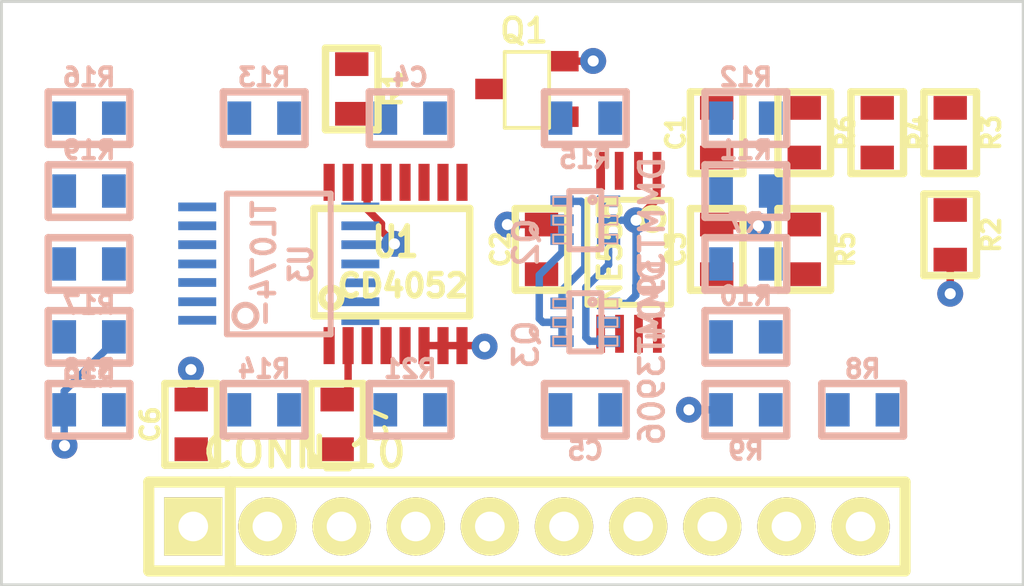
<source format=kicad_pcb>
(kicad_pcb (version 3) (host pcbnew "(2014-02-02 BZR 4653)-product")

  (general
    (links 89)
    (no_connects 81)
    (area 97.949999 73.94946 133.050001 95.60045)
    (thickness 1.6)
    (drawings 4)
    (tracks 74)
    (zones 0)
    (modules 35)
    (nets 30)
  )

  (page A3)
  (layers
    (15 F.Cu signal)
    (0 B.Cu signal)
    (16 B.Adhes user)
    (17 F.Adhes user)
    (18 B.Paste user)
    (19 F.Paste user)
    (20 B.SilkS user)
    (21 F.SilkS user)
    (22 B.Mask user)
    (23 F.Mask user)
    (24 Dwgs.User user)
    (25 Cmts.User user)
    (26 Eco1.User user)
    (27 Eco2.User user)
    (28 Edge.Cuts user)
  )

  (setup
    (last_trace_width 0.254)
    (trace_clearance 0.254)
    (zone_clearance 0.254)
    (zone_45_only no)
    (trace_min 0.254)
    (segment_width 0.2)
    (edge_width 0.1)
    (via_size 0.889)
    (via_drill 0.381)
    (via_min_size 0.889)
    (via_min_drill 0.381)
    (uvia_size 0.508)
    (uvia_drill 0.127)
    (uvias_allowed no)
    (uvia_min_size 0.508)
    (uvia_min_drill 0.127)
    (pcb_text_width 0.3)
    (pcb_text_size 1.5 1.5)
    (mod_edge_width 0.15)
    (mod_text_size 1 1)
    (mod_text_width 0.15)
    (pad_size 1.5 1.5)
    (pad_drill 0.6)
    (pad_to_mask_clearance 0)
    (aux_axis_origin 0 0)
    (visible_elements 7FFEFFFF)
    (pcbplotparams
      (layerselection 3178497)
      (usegerberextensions true)
      (excludeedgelayer true)
      (linewidth 0.150000)
      (plotframeref false)
      (viasonmask false)
      (mode 1)
      (useauxorigin false)
      (hpglpennumber 1)
      (hpglpenspeed 20)
      (hpglpendiameter 15)
      (hpglpenoverlay 2)
      (psnegative false)
      (psa4output false)
      (plotreference true)
      (plotvalue true)
      (plotothertext true)
      (plotinvisibletext false)
      (padsonsilk false)
      (subtractmaskfromsilk false)
      (outputformat 1)
      (mirror false)
      (drillshape 1)
      (scaleselection 1)
      (outputdirectory ""))
  )

  (net 0 "")
  (net 1 +12V)
  (net 2 -12V)
  (net 3 ATTACK)
  (net 4 DECAY)
  (net 5 "ENV OUT")
  (net 6 GATE)
  (net 7 GND)
  (net 8 N-0000010)
  (net 9 N-0000011)
  (net 10 N-0000012)
  (net 11 N-0000015)
  (net 12 N-0000016)
  (net 13 N-000002)
  (net 14 N-0000021)
  (net 15 N-0000022)
  (net 16 N-0000023)
  (net 17 N-0000024)
  (net 18 N-0000025)
  (net 19 N-0000027)
  (net 20 N-0000028)
  (net 21 N-0000029)
  (net 22 N-000003)
  (net 23 N-0000030)
  (net 24 N-000004)
  (net 25 N-000007)
  (net 26 N-000008)
  (net 27 N-000009)
  (net 28 RELEASE)
  (net 29 SUSTAIN)

  (net_class Default "This is the default net class."
    (clearance 0.254)
    (trace_width 0.254)
    (via_dia 0.889)
    (via_drill 0.381)
    (uvia_dia 0.508)
    (uvia_drill 0.127)
    (add_net "")
    (add_net GND)
    (add_net N-0000010)
    (add_net N-0000011)
    (add_net N-0000012)
    (add_net N-0000015)
    (add_net N-0000016)
    (add_net N-000002)
    (add_net N-0000021)
    (add_net N-0000022)
    (add_net N-0000023)
    (add_net N-0000024)
    (add_net N-0000025)
    (add_net N-0000027)
    (add_net N-0000028)
    (add_net N-0000029)
    (add_net N-000003)
    (add_net N-0000030)
    (add_net N-000004)
    (add_net N-000007)
    (add_net N-000008)
    (add_net N-000009)
  )

  (net_class POWER ""
    (clearance 0.254)
    (trace_width 0.3556)
    (via_dia 1.143)
    (via_drill 0.6096)
    (uvia_dia 0.508)
    (uvia_drill 0.127)
    (add_net +12V)
    (add_net -12V)
  )

  (net_class SIGNAL ""
    (clearance 0.254)
    (trace_width 0.254)
    (via_dia 0.889)
    (via_drill 0.381)
    (uvia_dia 0.508)
    (uvia_drill 0.127)
    (add_net ATTACK)
    (add_net DECAY)
    (add_net "ENV OUT")
    (add_net GATE)
    (add_net RELEASE)
    (add_net SUSTAIN)
  )

  (module TSSOP8-JRL (layer F.Cu) (tedit 52EC3DDF) (tstamp 52EC3E46)
    (at 119.5 82.5 180)
    (path /52EA6826)
    (attr smd)
    (fp_text reference U2 (at 0 -4.2 180) (layer F.SilkS) hide
      (effects (font (size 0.762 0.635) (thickness 0.15875)))
    )
    (fp_text value NE555 (at 0.65 -0.1 270) (layer F.SilkS)
      (effects (font (size 0.762 0.762) (thickness 0.16002)))
    )
    (fp_line (start -1.43 -1.9) (end 1.43 -1.9) (layer F.SilkS) (width 0.2))
    (fp_line (start 1.43 -1.9) (end 1.43 1.7) (layer F.SilkS) (width 0.2))
    (fp_line (start 1.43 1.7) (end -1.43 1.7) (layer F.SilkS) (width 0.2))
    (fp_line (start -1.438 1.678) (end -1.438 -1.878) (layer F.SilkS) (width 0.2))
    (fp_circle (center -0.803 1.043) (end -1.184 1.043) (layer F.SilkS) (width 0.2))
    (pad 1 smd rect (at -0.9554 2.694 180) (size 0.29972 1.30048) (layers F.Cu F.Paste F.Mask)
      (net 7 GND))
    (pad 2 smd rect (at -0.3204 2.694 180) (size 0.29972 1.30048) (layers F.Cu F.Paste F.Mask)
      (net 10 N-0000012))
    (pad 3 smd rect (at 0.34 2.694 180) (size 0.29972 1.30048) (layers F.Cu F.Paste F.Mask)
      (net 24 N-000004))
    (pad 4 smd rect (at 0.975 2.694 180) (size 0.29972 1.30048) (layers F.Cu F.Paste F.Mask)
      (net 1 +12V))
    (pad 5 smd rect (at 0.975 -2.894 180) (size 0.29972 1.30048) (layers F.Cu F.Paste F.Mask)
      (net 9 N-0000011))
    (pad 6 smd rect (at 0.3273 -2.894 180) (size 0.29972 1.30048) (layers F.Cu F.Paste F.Mask)
      (net 22 N-000003))
    (pad 7 smd rect (at -0.3204 -2.894 180) (size 0.29972 1.30048) (layers F.Cu F.Paste F.Mask))
    (pad 8 smd rect (at -0.9681 -2.894 180) (size 0.29972 1.30048) (layers F.Cu F.Paste F.Mask)
      (net 1 +12V))
    (model smd\smd_dil\tssop-14.wrl
      (at (xyz 0 0 0))
      (scale (xyz 1 1 1))
      (rotate (xyz 0 0 0))
    )
  )

  (module TSSOP16 (layer F.Cu) (tedit 4E43E09E) (tstamp 52EC3E5F)
    (at 111.5 83)
    (path /52E9DAA2)
    (attr smd)
    (fp_text reference U1 (at 0 -0.7493) (layer F.SilkS)
      (effects (font (size 1.016 0.762) (thickness 0.1905)))
    )
    (fp_text value CD4052 (at 0.24892 0.7493) (layer F.SilkS)
      (effects (font (size 0.762 0.762) (thickness 0.1905)))
    )
    (fp_line (start -2.794 -1.905) (end 2.54 -1.905) (layer F.SilkS) (width 0.254))
    (fp_line (start 2.54 -1.905) (end 2.54 1.778) (layer F.SilkS) (width 0.254))
    (fp_line (start 2.54 1.778) (end -2.794 1.778) (layer F.SilkS) (width 0.254))
    (fp_line (start -2.794 1.778) (end -2.794 -1.905) (layer F.SilkS) (width 0.254))
    (fp_circle (center -2.20218 1.15824) (end -2.40538 1.41224) (layer F.SilkS) (width 0.254))
    (pad 1 smd rect (at -2.27584 2.79908) (size 0.381 1.27) (layers F.Cu F.Paste F.Mask)
      (net 4 DECAY))
    (pad 2 smd rect (at -1.6256 2.79908) (size 0.381 1.27) (layers F.Cu F.Paste F.Mask)
      (net 7 GND))
    (pad 3 smd rect (at -0.97536 2.79908) (size 0.381 1.27) (layers F.Cu F.Paste F.Mask)
      (net 26 N-000008))
    (pad 4 smd rect (at -0.32512 2.79908) (size 0.381 1.27) (layers F.Cu F.Paste F.Mask)
      (net 28 RELEASE))
    (pad 5 smd rect (at 0.32512 2.79908) (size 0.381 1.27) (layers F.Cu F.Paste F.Mask)
      (net 28 RELEASE))
    (pad 6 smd rect (at 0.97536 2.79908) (size 0.381 1.27) (layers F.Cu F.Paste F.Mask)
      (net 7 GND))
    (pad 7 smd rect (at 1.6256 2.79908) (size 0.381 1.27) (layers F.Cu F.Paste F.Mask)
      (net 7 GND))
    (pad 8 smd rect (at 2.27584 2.79908) (size 0.381 1.27) (layers F.Cu F.Paste F.Mask)
      (net 7 GND))
    (pad 9 smd rect (at 2.27584 -2.79908) (size 0.381 1.27) (layers F.Cu F.Paste F.Mask)
      (net 24 N-000004))
    (pad 10 smd rect (at 1.6256 -2.79908) (size 0.381 1.27) (layers F.Cu F.Paste F.Mask)
      (net 8 N-0000010))
    (pad 11 smd rect (at 0.97536 -2.79908) (size 0.381 1.27) (layers F.Cu F.Paste F.Mask)
      (net 7 GND))
    (pad 12 smd rect (at 0.32512 -2.79908) (size 0.381 1.27) (layers F.Cu F.Paste F.Mask)
      (net 29 SUSTAIN))
    (pad 13 smd rect (at -0.32512 -2.79908) (size 0.381 1.27) (layers F.Cu F.Paste F.Mask)
      (net 17 N-0000024))
    (pad 14 smd rect (at -0.97536 -2.79908) (size 0.381 1.27) (layers F.Cu F.Paste F.Mask)
      (net 7 GND))
    (pad 15 smd rect (at -1.6256 -2.79908) (size 0.381 1.27) (layers F.Cu F.Paste F.Mask)
      (net 21 N-0000029))
    (pad 16 smd rect (at -2.27584 -2.79908) (size 0.381 1.27) (layers F.Cu F.Paste F.Mask)
      (net 1 +12V))
    (model smd\smd_dil\tssop-16.wrl
      (at (xyz 0 0 0))
      (scale (xyz 1 1 1))
      (rotate (xyz 0 0 0))
    )
  )

  (module TSSOP14 (layer B.Cu) (tedit 4E43F187) (tstamp 52EC3E76)
    (at 107.5 83 90)
    (path /52E9CC88)
    (attr smd)
    (fp_text reference U3 (at 0 0.762 90) (layer B.SilkS)
      (effects (font (size 0.762 0.635) (thickness 0.16002)) (justify mirror))
    )
    (fp_text value TL074- (at 0 -0.508 90) (layer B.SilkS)
      (effects (font (size 0.762 0.762) (thickness 0.16002)) (justify mirror))
    )
    (fp_line (start -2.413 1.778) (end 2.413 1.778) (layer B.SilkS) (width 0.2032))
    (fp_line (start 2.413 1.778) (end 2.413 -1.778) (layer B.SilkS) (width 0.2032))
    (fp_line (start 2.413 -1.778) (end -2.413 -1.778) (layer B.SilkS) (width 0.2032))
    (fp_line (start -2.413 -1.778) (end -2.413 1.778) (layer B.SilkS) (width 0.2032))
    (fp_circle (center -1.778 -1.143) (end -2.159 -1.143) (layer B.SilkS) (width 0.2032))
    (pad 1 smd rect (at -1.9304 -2.794 90) (size 0.29972 1.30048) (layers B.Cu B.Paste B.Mask)
      (net 22 N-000003))
    (pad 2 smd rect (at -1.2954 -2.794 90) (size 0.29972 1.30048) (layers B.Cu B.Paste B.Mask)
      (net 13 N-000002))
    (pad 3 smd rect (at -0.635 -2.794 90) (size 0.29972 1.30048) (layers B.Cu B.Paste B.Mask)
      (net 20 N-0000028))
    (pad 4 smd rect (at 0 -2.794 90) (size 0.29972 1.30048) (layers B.Cu B.Paste B.Mask)
      (net 1 +12V))
    (pad 5 smd rect (at 0.6604 -2.794 90) (size 0.29972 1.30048) (layers B.Cu B.Paste B.Mask)
      (net 23 N-0000030))
    (pad 6 smd rect (at 1.3081 -2.794 90) (size 0.29972 1.30048) (layers B.Cu B.Paste B.Mask)
      (net 16 N-0000023))
    (pad 7 smd rect (at 1.9558 -2.794 90) (size 0.29972 1.30048) (layers B.Cu B.Paste B.Mask)
      (net 18 N-0000025))
    (pad 8 smd rect (at 1.9558 2.794 90) (size 0.29972 1.30048) (layers B.Cu B.Paste B.Mask)
      (net 15 N-0000022))
    (pad 9 smd rect (at 1.3081 2.794 90) (size 0.29972 1.30048) (layers B.Cu B.Paste B.Mask)
      (net 14 N-0000021))
    (pad 10 smd rect (at 0.6604 2.794 90) (size 0.29972 1.30048) (layers B.Cu B.Paste B.Mask)
      (net 7 GND))
    (pad 11 smd rect (at 0 2.794 90) (size 0.29972 1.30048) (layers B.Cu B.Paste B.Mask)
      (net 2 -12V))
    (pad 12 smd rect (at -0.6477 2.794 90) (size 0.29972 1.30048) (layers B.Cu B.Paste B.Mask)
      (net 7 GND))
    (pad 13 smd rect (at -1.2954 2.794 90) (size 0.29972 1.30048) (layers B.Cu B.Paste B.Mask)
      (net 19 N-0000027))
    (pad 14 smd rect (at -1.9431 2.794 90) (size 0.29972 1.30048) (layers B.Cu B.Paste B.Mask)
      (net 20 N-0000028))
    (model smd\smd_dil\tssop-14.wrl
      (at (xyz 0 0 0))
      (scale (xyz 1 1 1))
      (rotate (xyz 0 0 0))
    )
  )

  (module SOT363-JRL (layer B.Cu) (tedit 512395CF) (tstamp 52EFBA56)
    (at 118 85 270)
    (descr "SMALL OUTLINE TRANSISTOR; 6 LEADS")
    (tags "SMALL OUTLINE TRANSISTOR; 6 LEADS")
    (path /52EA83F8)
    (attr smd)
    (fp_text reference Q3 (at 0.762 2.032 270) (layer B.SilkS)
      (effects (font (size 0.8128 0.8128) (thickness 0.1524)) (justify mirror))
    )
    (fp_text value DMMT3906 (at 1.016 -2.286 270) (layer B.SilkS)
      (effects (font (size 0.8128 0.8128) (thickness 0.1524)) (justify mirror))
    )
    (fp_line (start -0.79756 -1.09982) (end -0.49784 -1.09982) (layer B.SilkS) (width 0.06604))
    (fp_line (start -0.49784 -1.09982) (end -0.49784 -0.59944) (layer B.SilkS) (width 0.06604))
    (fp_line (start -0.79756 -0.59944) (end -0.49784 -0.59944) (layer B.SilkS) (width 0.06604))
    (fp_line (start -0.79756 -1.09982) (end -0.79756 -0.59944) (layer B.SilkS) (width 0.06604))
    (fp_line (start -0.14986 -1.09982) (end 0.14986 -1.09982) (layer B.SilkS) (width 0.06604))
    (fp_line (start 0.14986 -1.09982) (end 0.14986 -0.59944) (layer B.SilkS) (width 0.06604))
    (fp_line (start -0.14986 -0.59944) (end 0.14986 -0.59944) (layer B.SilkS) (width 0.06604))
    (fp_line (start -0.14986 -1.09982) (end -0.14986 -0.59944) (layer B.SilkS) (width 0.06604))
    (fp_line (start 0.49784 -1.09982) (end 0.79756 -1.09982) (layer B.SilkS) (width 0.06604))
    (fp_line (start 0.79756 -1.09982) (end 0.79756 -0.59944) (layer B.SilkS) (width 0.06604))
    (fp_line (start 0.49784 -0.59944) (end 0.79756 -0.59944) (layer B.SilkS) (width 0.06604))
    (fp_line (start 0.49784 -1.09982) (end 0.49784 -0.59944) (layer B.SilkS) (width 0.06604))
    (fp_line (start 0.49784 0.59944) (end 0.79756 0.59944) (layer B.SilkS) (width 0.06604))
    (fp_line (start 0.79756 0.59944) (end 0.79756 1.09982) (layer B.SilkS) (width 0.06604))
    (fp_line (start 0.49784 1.09982) (end 0.79756 1.09982) (layer B.SilkS) (width 0.06604))
    (fp_line (start 0.49784 0.59944) (end 0.49784 1.09982) (layer B.SilkS) (width 0.06604))
    (fp_line (start -0.14986 0.59944) (end 0.14986 0.59944) (layer B.SilkS) (width 0.06604))
    (fp_line (start 0.14986 0.59944) (end 0.14986 1.09982) (layer B.SilkS) (width 0.06604))
    (fp_line (start -0.14986 1.09982) (end 0.14986 1.09982) (layer B.SilkS) (width 0.06604))
    (fp_line (start -0.14986 0.59944) (end -0.14986 1.09982) (layer B.SilkS) (width 0.06604))
    (fp_line (start -0.79756 0.59944) (end -0.49784 0.59944) (layer B.SilkS) (width 0.06604))
    (fp_line (start -0.49784 0.59944) (end -0.49784 1.09982) (layer B.SilkS) (width 0.06604))
    (fp_line (start -0.79756 1.09982) (end -0.49784 1.09982) (layer B.SilkS) (width 0.06604))
    (fp_line (start -0.79756 0.59944) (end -0.79756 1.09982) (layer B.SilkS) (width 0.06604))
    (fp_line (start -0.99822 0.54864) (end 0.99822 0.54864) (layer B.SilkS) (width 0.2032))
    (fp_line (start 0.99822 0.54864) (end 0.99822 -0.54864) (layer B.SilkS) (width 0.2032))
    (fp_line (start 0.99822 -0.54864) (end -0.99822 -0.54864) (layer B.SilkS) (width 0.2032))
    (fp_line (start -0.99822 -0.54864) (end -0.99822 0.54864) (layer B.SilkS) (width 0.2032))
    (fp_circle (center -0.6985 -0.24892) (end -0.77216 -0.32258) (layer B.SilkS) (width 0.1524))
    (pad 1 smd rect (at -0.6477 -0.79756 270) (size 0.39878 0.79756) (layers B.Cu B.Paste B.Mask)
      (net 7 GND))
    (pad 2 smd rect (at 0 -0.79756 270) (size 0.39878 0.79756) (layers B.Cu B.Paste B.Mask)
      (net 25 N-000007))
    (pad 3 smd rect (at 0.6477 -0.79756 270) (size 0.39878 0.79756) (layers B.Cu B.Paste B.Mask)
      (net 19 N-0000027))
    (pad 4 smd rect (at 0.6477 0.79756 270) (size 0.39878 0.79756) (layers B.Cu B.Paste B.Mask)
      (net 11 N-0000015))
    (pad 5 smd rect (at 0 0.79756 270) (size 0.39878 0.79756) (layers B.Cu B.Paste B.Mask)
      (net 11 N-0000015))
    (pad 6 smd rect (at -0.6477 0.79756 270) (size 0.39878 0.79756) (layers B.Cu B.Paste B.Mask)
      (net 14 N-0000021))
  )

  (module SOT363-JRL (layer B.Cu) (tedit 512395CF) (tstamp 52EFBA7E)
    (at 118 81.5 270)
    (descr "SMALL OUTLINE TRANSISTOR; 6 LEADS")
    (tags "SMALL OUTLINE TRANSISTOR; 6 LEADS")
    (path /52EA83E9)
    (attr smd)
    (fp_text reference Q2 (at 0.762 2.032 270) (layer B.SilkS)
      (effects (font (size 0.8128 0.8128) (thickness 0.1524)) (justify mirror))
    )
    (fp_text value DMMT3904 (at 1.016 -2.286 270) (layer B.SilkS)
      (effects (font (size 0.8128 0.8128) (thickness 0.1524)) (justify mirror))
    )
    (fp_line (start -0.79756 -1.09982) (end -0.49784 -1.09982) (layer B.SilkS) (width 0.06604))
    (fp_line (start -0.49784 -1.09982) (end -0.49784 -0.59944) (layer B.SilkS) (width 0.06604))
    (fp_line (start -0.79756 -0.59944) (end -0.49784 -0.59944) (layer B.SilkS) (width 0.06604))
    (fp_line (start -0.79756 -1.09982) (end -0.79756 -0.59944) (layer B.SilkS) (width 0.06604))
    (fp_line (start -0.14986 -1.09982) (end 0.14986 -1.09982) (layer B.SilkS) (width 0.06604))
    (fp_line (start 0.14986 -1.09982) (end 0.14986 -0.59944) (layer B.SilkS) (width 0.06604))
    (fp_line (start -0.14986 -0.59944) (end 0.14986 -0.59944) (layer B.SilkS) (width 0.06604))
    (fp_line (start -0.14986 -1.09982) (end -0.14986 -0.59944) (layer B.SilkS) (width 0.06604))
    (fp_line (start 0.49784 -1.09982) (end 0.79756 -1.09982) (layer B.SilkS) (width 0.06604))
    (fp_line (start 0.79756 -1.09982) (end 0.79756 -0.59944) (layer B.SilkS) (width 0.06604))
    (fp_line (start 0.49784 -0.59944) (end 0.79756 -0.59944) (layer B.SilkS) (width 0.06604))
    (fp_line (start 0.49784 -1.09982) (end 0.49784 -0.59944) (layer B.SilkS) (width 0.06604))
    (fp_line (start 0.49784 0.59944) (end 0.79756 0.59944) (layer B.SilkS) (width 0.06604))
    (fp_line (start 0.79756 0.59944) (end 0.79756 1.09982) (layer B.SilkS) (width 0.06604))
    (fp_line (start 0.49784 1.09982) (end 0.79756 1.09982) (layer B.SilkS) (width 0.06604))
    (fp_line (start 0.49784 0.59944) (end 0.49784 1.09982) (layer B.SilkS) (width 0.06604))
    (fp_line (start -0.14986 0.59944) (end 0.14986 0.59944) (layer B.SilkS) (width 0.06604))
    (fp_line (start 0.14986 0.59944) (end 0.14986 1.09982) (layer B.SilkS) (width 0.06604))
    (fp_line (start -0.14986 1.09982) (end 0.14986 1.09982) (layer B.SilkS) (width 0.06604))
    (fp_line (start -0.14986 0.59944) (end -0.14986 1.09982) (layer B.SilkS) (width 0.06604))
    (fp_line (start -0.79756 0.59944) (end -0.49784 0.59944) (layer B.SilkS) (width 0.06604))
    (fp_line (start -0.49784 0.59944) (end -0.49784 1.09982) (layer B.SilkS) (width 0.06604))
    (fp_line (start -0.79756 1.09982) (end -0.49784 1.09982) (layer B.SilkS) (width 0.06604))
    (fp_line (start -0.79756 0.59944) (end -0.79756 1.09982) (layer B.SilkS) (width 0.06604))
    (fp_line (start -0.99822 0.54864) (end 0.99822 0.54864) (layer B.SilkS) (width 0.2032))
    (fp_line (start 0.99822 0.54864) (end 0.99822 -0.54864) (layer B.SilkS) (width 0.2032))
    (fp_line (start 0.99822 -0.54864) (end -0.99822 -0.54864) (layer B.SilkS) (width 0.2032))
    (fp_line (start -0.99822 -0.54864) (end -0.99822 0.54864) (layer B.SilkS) (width 0.2032))
    (fp_circle (center -0.6985 -0.24892) (end -0.77216 -0.32258) (layer B.SilkS) (width 0.1524))
    (pad 1 smd rect (at -0.6477 -0.79756 270) (size 0.39878 0.79756) (layers B.Cu B.Paste B.Mask)
      (net 12 N-0000016))
    (pad 2 smd rect (at 0 -0.79756 270) (size 0.39878 0.79756) (layers B.Cu B.Paste B.Mask)
      (net 7 GND))
    (pad 3 smd rect (at 0.6477 -0.79756 270) (size 0.39878 0.79756) (layers B.Cu B.Paste B.Mask)
      (net 19 N-0000027))
    (pad 4 smd rect (at 0.6477 0.79756 270) (size 0.39878 0.79756) (layers B.Cu B.Paste B.Mask)
      (net 11 N-0000015))
    (pad 5 smd rect (at 0 0.79756 270) (size 0.39878 0.79756) (layers B.Cu B.Paste B.Mask)
      (net 11 N-0000015))
    (pad 6 smd rect (at -0.6477 0.79756 270) (size 0.39878 0.79756) (layers B.Cu B.Paste B.Mask)
      (net 14 N-0000021))
  )

  (module SOT23-JRL (layer F.Cu) (tedit 5281A378) (tstamp 52EF2878)
    (at 116 77 90)
    (tags SOT23)
    (path /52EA6833)
    (fp_text reference Q1 (at 1.99898 -0.09906 180) (layer F.SilkS)
      (effects (font (size 0.8128 0.8128) (thickness 0.1524)))
    )
    (fp_text value 2N3904 (at 0.0635 0 90) (layer F.SilkS) hide
      (effects (font (size 0.8128 0.8128) (thickness 0.1524)))
    )
    (fp_line (start 1.27 0.762) (end -1.3335 0.762) (layer F.SilkS) (width 0.127))
    (fp_line (start -1.3335 0.762) (end -1.3335 -0.762) (layer F.SilkS) (width 0.127))
    (fp_line (start -1.3335 -0.762) (end 1.27 -0.762) (layer F.SilkS) (width 0.127))
    (fp_line (start 1.27 -0.762) (end 1.27 0.762) (layer F.SilkS) (width 0.127))
    (pad 3 smd rect (at 0 -1.27 90) (size 0.70104 1.00076) (layers F.Cu F.Paste F.Mask)
      (net 8 N-0000010))
    (pad 1 smd rect (at 0.9525 1.27 90) (size 0.70104 1.00076) (layers F.Cu F.Paste F.Mask)
      (net 7 GND))
    (pad 2 smd rect (at -0.9525 1.27 90) (size 0.70104 1.00076) (layers F.Cu F.Paste F.Mask)
      (net 27 N-000009))
    (model smd/SOT23_6.wrl
      (at (xyz 0 0 0))
      (scale (xyz 0.11 0.11 0.11))
      (rotate (xyz 0 0 -180))
    )
  )

  (module SM0603-JRL (layer B.Cu) (tedit 528C3246) (tstamp 52EC3ED9)
    (at 123.5 88)
    (path /52EA8356)
    (attr smd)
    (fp_text reference R9 (at 0 1.4) (layer B.SilkS)
      (effects (font (size 0.6096 0.6096) (thickness 0.1524)) (justify mirror))
    )
    (fp_text value 2.2K (at 0 0) (layer B.SilkS) hide
      (effects (font (size 0.508 0.4572) (thickness 0.1143)) (justify mirror))
    )
    (fp_line (start -1.4 -0.9) (end 1.4 -0.9) (layer B.SilkS) (width 0.254))
    (fp_line (start 1.4 -0.9) (end 1.4 0.9) (layer B.SilkS) (width 0.254))
    (fp_line (start 1.4 0.9) (end -1.4 0.9) (layer B.SilkS) (width 0.254))
    (fp_line (start -1.4 0.9) (end -1.4 -0.9) (layer B.SilkS) (width 0.254))
    (pad 1 smd rect (at -0.8509 0) (size 0.8128 1.143) (layers B.Cu B.Paste B.Mask)
      (net 7 GND))
    (pad 2 smd rect (at 0.8509 0) (size 0.8128 1.143) (layers B.Cu B.Paste B.Mask)
      (net 25 N-000007))
    (model smd\resistors\R0603.wrl
      (at (xyz 0 0 0.001))
      (scale (xyz 0.5 0.5 0.5))
      (rotate (xyz 0 0 0))
    )
  )

  (module SM0603-JRL (layer F.Cu) (tedit 528C3246) (tstamp 52EF286C)
    (at 128 78.5 270)
    (path /52EA68F7)
    (attr smd)
    (fp_text reference R4 (at 0 -1.4 270) (layer F.SilkS)
      (effects (font (size 0.6096 0.6096) (thickness 0.1524)))
    )
    (fp_text value 330K (at 0 0 270) (layer F.SilkS) hide
      (effects (font (size 0.508 0.4572) (thickness 0.1143)))
    )
    (fp_line (start -1.4 0.9) (end 1.4 0.9) (layer F.SilkS) (width 0.254))
    (fp_line (start 1.4 0.9) (end 1.4 -0.9) (layer F.SilkS) (width 0.254))
    (fp_line (start 1.4 -0.9) (end -1.4 -0.9) (layer F.SilkS) (width 0.254))
    (fp_line (start -1.4 -0.9) (end -1.4 0.9) (layer F.SilkS) (width 0.254))
    (pad 1 smd rect (at -0.8509 0 270) (size 0.8128 1.143) (layers F.Cu F.Paste F.Mask)
      (net 27 N-000009))
    (pad 2 smd rect (at 0.8509 0 270) (size 0.8128 1.143) (layers F.Cu F.Paste F.Mask)
      (net 2 -12V))
    (model smd\resistors\R0603.wrl
      (at (xyz 0 0 0.001))
      (scale (xyz 0.5 0.5 0.5))
      (rotate (xyz 0 0 0))
    )
  )

  (module SM0603-JRL (layer F.Cu) (tedit 528C3246) (tstamp 52EC3EED)
    (at 122.5 78.5 90)
    (path /52EA6BA1)
    (attr smd)
    (fp_text reference C1 (at 0 -1.4 90) (layer F.SilkS)
      (effects (font (size 0.6096 0.6096) (thickness 0.1524)))
    )
    (fp_text value 100n (at 0 0 90) (layer F.SilkS) hide
      (effects (font (size 0.508 0.4572) (thickness 0.1143)))
    )
    (fp_line (start -1.4 0.9) (end 1.4 0.9) (layer F.SilkS) (width 0.254))
    (fp_line (start 1.4 0.9) (end 1.4 -0.9) (layer F.SilkS) (width 0.254))
    (fp_line (start 1.4 -0.9) (end -1.4 -0.9) (layer F.SilkS) (width 0.254))
    (fp_line (start -1.4 -0.9) (end -1.4 0.9) (layer F.SilkS) (width 0.254))
    (pad 1 smd rect (at -0.8509 0 90) (size 0.8128 1.143) (layers F.Cu F.Paste F.Mask)
      (net 8 N-0000010))
    (pad 2 smd rect (at 0.8509 0 90) (size 0.8128 1.143) (layers F.Cu F.Paste F.Mask)
      (net 10 N-0000012))
    (model smd\resistors\R0603.wrl
      (at (xyz 0 0 0.001))
      (scale (xyz 0.5 0.5 0.5))
      (rotate (xyz 0 0 0))
    )
  )

  (module SM0603-JRL (layer F.Cu) (tedit 528C3246) (tstamp 52EC3EF7)
    (at 125.5 78.5 270)
    (path /52EA6BBB)
    (attr smd)
    (fp_text reference R6 (at 0 -1.4 270) (layer F.SilkS)
      (effects (font (size 0.6096 0.6096) (thickness 0.1524)))
    )
    (fp_text value 10K (at 0 0 270) (layer F.SilkS) hide
      (effects (font (size 0.508 0.4572) (thickness 0.1143)))
    )
    (fp_line (start -1.4 0.9) (end 1.4 0.9) (layer F.SilkS) (width 0.254))
    (fp_line (start 1.4 0.9) (end 1.4 -0.9) (layer F.SilkS) (width 0.254))
    (fp_line (start 1.4 -0.9) (end -1.4 -0.9) (layer F.SilkS) (width 0.254))
    (fp_line (start -1.4 -0.9) (end -1.4 0.9) (layer F.SilkS) (width 0.254))
    (pad 1 smd rect (at -0.8509 0 270) (size 0.8128 1.143) (layers F.Cu F.Paste F.Mask)
      (net 1 +12V))
    (pad 2 smd rect (at 0.8509 0 270) (size 0.8128 1.143) (layers F.Cu F.Paste F.Mask)
      (net 10 N-0000012))
    (model smd\resistors\R0603.wrl
      (at (xyz 0 0 0.001))
      (scale (xyz 0.5 0.5 0.5))
      (rotate (xyz 0 0 0))
    )
  )

  (module SM0603-JRL (layer F.Cu) (tedit 528C3246) (tstamp 52EC3F01)
    (at 116.5 82.5 90)
    (path /52EA7373)
    (attr smd)
    (fp_text reference C2 (at 0 -1.4 90) (layer F.SilkS)
      (effects (font (size 0.6096 0.6096) (thickness 0.1524)))
    )
    (fp_text value 0.01μ (at 0 0 90) (layer F.SilkS) hide
      (effects (font (size 0.508 0.4572) (thickness 0.1143)))
    )
    (fp_line (start -1.4 0.9) (end 1.4 0.9) (layer F.SilkS) (width 0.254))
    (fp_line (start 1.4 0.9) (end 1.4 -0.9) (layer F.SilkS) (width 0.254))
    (fp_line (start 1.4 -0.9) (end -1.4 -0.9) (layer F.SilkS) (width 0.254))
    (fp_line (start -1.4 -0.9) (end -1.4 0.9) (layer F.SilkS) (width 0.254))
    (pad 1 smd rect (at -0.8509 0 90) (size 0.8128 1.143) (layers F.Cu F.Paste F.Mask)
      (net 9 N-0000011))
    (pad 2 smd rect (at 0.8509 0 90) (size 0.8128 1.143) (layers F.Cu F.Paste F.Mask)
      (net 7 GND))
    (model smd\resistors\R0603.wrl
      (at (xyz 0 0 0.001))
      (scale (xyz 0.5 0.5 0.5))
      (rotate (xyz 0 0 0))
    )
  )

  (module SM0603-JRL (layer B.Cu) (tedit 528C3246) (tstamp 52EC3F0B)
    (at 107 88 180)
    (path /52EA7939)
    (attr smd)
    (fp_text reference R14 (at 0 1.4 180) (layer B.SilkS)
      (effects (font (size 0.6096 0.6096) (thickness 0.1524)) (justify mirror))
    )
    (fp_text value 56K** (at 0 0 180) (layer B.SilkS) hide
      (effects (font (size 0.508 0.4572) (thickness 0.1143)) (justify mirror))
    )
    (fp_line (start -1.4 -0.9) (end 1.4 -0.9) (layer B.SilkS) (width 0.254))
    (fp_line (start 1.4 -0.9) (end 1.4 0.9) (layer B.SilkS) (width 0.254))
    (fp_line (start 1.4 0.9) (end -1.4 0.9) (layer B.SilkS) (width 0.254))
    (fp_line (start -1.4 0.9) (end -1.4 -0.9) (layer B.SilkS) (width 0.254))
    (pad 1 smd rect (at -0.8509 0 180) (size 0.8128 1.143) (layers B.Cu B.Paste B.Mask)
      (net 22 N-000003))
    (pad 2 smd rect (at 0.8509 0 180) (size 0.8128 1.143) (layers B.Cu B.Paste B.Mask)
      (net 13 N-000002))
    (model smd\resistors\R0603.wrl
      (at (xyz 0 0 0.001))
      (scale (xyz 0.5 0.5 0.5))
      (rotate (xyz 0 0 0))
    )
  )

  (module SM0603-JRL (layer B.Cu) (tedit 528C3246) (tstamp 52EC3F15)
    (at 101 88 180)
    (path /52EA793F)
    (attr smd)
    (fp_text reference R18 (at 0 1.4 180) (layer B.SilkS)
      (effects (font (size 0.6096 0.6096) (thickness 0.1524)) (justify mirror))
    )
    (fp_text value 100K (at 0 0 180) (layer B.SilkS) hide
      (effects (font (size 0.508 0.4572) (thickness 0.1143)) (justify mirror))
    )
    (fp_line (start -1.4 -0.9) (end 1.4 -0.9) (layer B.SilkS) (width 0.254))
    (fp_line (start 1.4 -0.9) (end 1.4 0.9) (layer B.SilkS) (width 0.254))
    (fp_line (start 1.4 0.9) (end -1.4 0.9) (layer B.SilkS) (width 0.254))
    (fp_line (start -1.4 0.9) (end -1.4 -0.9) (layer B.SilkS) (width 0.254))
    (pad 1 smd rect (at -0.8509 0 180) (size 0.8128 1.143) (layers B.Cu B.Paste B.Mask)
      (net 13 N-000002))
    (pad 2 smd rect (at 0.8509 0 180) (size 0.8128 1.143) (layers B.Cu B.Paste B.Mask)
      (net 7 GND))
    (model smd\resistors\R0603.wrl
      (at (xyz 0 0 0.001))
      (scale (xyz 0.5 0.5 0.5))
      (rotate (xyz 0 0 0))
    )
  )

  (module SM0603-JRL (layer F.Cu) (tedit 528C3246) (tstamp 52EC3F1F)
    (at 122.5 82.5 90)
    (path /52EC40BB)
    (attr smd)
    (fp_text reference C3 (at 0 -1.4 90) (layer F.SilkS)
      (effects (font (size 0.6096 0.6096) (thickness 0.1524)))
    )
    (fp_text value 100n (at 0 0 90) (layer F.SilkS) hide
      (effects (font (size 0.508 0.4572) (thickness 0.1143)))
    )
    (fp_line (start -1.4 0.9) (end 1.4 0.9) (layer F.SilkS) (width 0.254))
    (fp_line (start 1.4 0.9) (end 1.4 -0.9) (layer F.SilkS) (width 0.254))
    (fp_line (start 1.4 -0.9) (end -1.4 -0.9) (layer F.SilkS) (width 0.254))
    (fp_line (start -1.4 -0.9) (end -1.4 0.9) (layer F.SilkS) (width 0.254))
    (pad 1 smd rect (at -0.8509 0 90) (size 0.8128 1.143) (layers F.Cu F.Paste F.Mask)
      (net 1 +12V))
    (pad 2 smd rect (at 0.8509 0 90) (size 0.8128 1.143) (layers F.Cu F.Paste F.Mask)
      (net 7 GND))
    (model smd\resistors\R0603.wrl
      (at (xyz 0 0 0.001))
      (scale (xyz 0.5 0.5 0.5))
      (rotate (xyz 0 0 0))
    )
  )

  (module SM0603-JRL (layer B.Cu) (tedit 528C3246) (tstamp 52EF2814)
    (at 123.5 85.5 180)
    (path /52EA835C)
    (attr smd)
    (fp_text reference R10 (at 0 1.4 180) (layer B.SilkS)
      (effects (font (size 0.6096 0.6096) (thickness 0.1524)) (justify mirror))
    )
    (fp_text value 270K (at 0 0 180) (layer B.SilkS) hide
      (effects (font (size 0.508 0.4572) (thickness 0.1143)) (justify mirror))
    )
    (fp_line (start -1.4 -0.9) (end 1.4 -0.9) (layer B.SilkS) (width 0.254))
    (fp_line (start 1.4 -0.9) (end 1.4 0.9) (layer B.SilkS) (width 0.254))
    (fp_line (start 1.4 0.9) (end -1.4 0.9) (layer B.SilkS) (width 0.254))
    (fp_line (start -1.4 0.9) (end -1.4 -0.9) (layer B.SilkS) (width 0.254))
    (pad 1 smd rect (at -0.8509 0 180) (size 0.8128 1.143) (layers B.Cu B.Paste B.Mask)
      (net 2 -12V))
    (pad 2 smd rect (at 0.8509 0 180) (size 0.8128 1.143) (layers B.Cu B.Paste B.Mask)
      (net 25 N-000007))
    (model smd\resistors\R0603.wrl
      (at (xyz 0 0 0.001))
      (scale (xyz 0.5 0.5 0.5))
      (rotate (xyz 0 0 0))
    )
  )

  (module SM0603-JRL (layer B.Cu) (tedit 528C3246) (tstamp 52EC3F33)
    (at 123.5 83 180)
    (path /52EA8929)
    (attr smd)
    (fp_text reference R7 (at 0 1.4 180) (layer B.SilkS)
      (effects (font (size 0.6096 0.6096) (thickness 0.1524)) (justify mirror))
    )
    (fp_text value 43K** (at 0 0 180) (layer B.SilkS) hide
      (effects (font (size 0.508 0.4572) (thickness 0.1143)) (justify mirror))
    )
    (fp_line (start -1.4 -0.9) (end 1.4 -0.9) (layer B.SilkS) (width 0.254))
    (fp_line (start 1.4 -0.9) (end 1.4 0.9) (layer B.SilkS) (width 0.254))
    (fp_line (start 1.4 0.9) (end -1.4 0.9) (layer B.SilkS) (width 0.254))
    (fp_line (start -1.4 0.9) (end -1.4 -0.9) (layer B.SilkS) (width 0.254))
    (pad 1 smd rect (at -0.8509 0 180) (size 0.8128 1.143) (layers B.Cu B.Paste B.Mask)
      (net 3 ATTACK))
    (pad 2 smd rect (at 0.8509 0 180) (size 0.8128 1.143) (layers B.Cu B.Paste B.Mask)
      (net 12 N-0000016))
    (model smd\resistors\R0603.wrl
      (at (xyz 0 0 0.001))
      (scale (xyz 0.5 0.5 0.5))
      (rotate (xyz 0 0 0))
    )
  )

  (module SM0603-JRL (layer B.Cu) (tedit 528C3246) (tstamp 52EF282A)
    (at 123.5 80.5 180)
    (path /52EA893B)
    (attr smd)
    (fp_text reference R11 (at 0 1.4 180) (layer B.SilkS)
      (effects (font (size 0.6096 0.6096) (thickness 0.1524)) (justify mirror))
    )
    (fp_text value 2.2K (at 0 0 180) (layer B.SilkS) hide
      (effects (font (size 0.508 0.4572) (thickness 0.1143)) (justify mirror))
    )
    (fp_line (start -1.4 -0.9) (end 1.4 -0.9) (layer B.SilkS) (width 0.254))
    (fp_line (start 1.4 -0.9) (end 1.4 0.9) (layer B.SilkS) (width 0.254))
    (fp_line (start 1.4 0.9) (end -1.4 0.9) (layer B.SilkS) (width 0.254))
    (fp_line (start -1.4 0.9) (end -1.4 -0.9) (layer B.SilkS) (width 0.254))
    (pad 1 smd rect (at -0.8509 0 180) (size 0.8128 1.143) (layers B.Cu B.Paste B.Mask)
      (net 7 GND))
    (pad 2 smd rect (at 0.8509 0 180) (size 0.8128 1.143) (layers B.Cu B.Paste B.Mask)
      (net 12 N-0000016))
    (model smd\resistors\R0603.wrl
      (at (xyz 0 0 0.001))
      (scale (xyz 0.5 0.5 0.5))
      (rotate (xyz 0 0 0))
    )
  )

  (module SM0603-JRL (layer B.Cu) (tedit 528C3246) (tstamp 52EF281F)
    (at 123.5 78 180)
    (path /52EA8941)
    (attr smd)
    (fp_text reference R12 (at 0 1.4 180) (layer B.SilkS)
      (effects (font (size 0.6096 0.6096) (thickness 0.1524)) (justify mirror))
    )
    (fp_text value 270K (at 0 0 180) (layer B.SilkS) hide
      (effects (font (size 0.508 0.4572) (thickness 0.1143)) (justify mirror))
    )
    (fp_line (start -1.4 -0.9) (end 1.4 -0.9) (layer B.SilkS) (width 0.254))
    (fp_line (start 1.4 -0.9) (end 1.4 0.9) (layer B.SilkS) (width 0.254))
    (fp_line (start 1.4 0.9) (end -1.4 0.9) (layer B.SilkS) (width 0.254))
    (fp_line (start -1.4 0.9) (end -1.4 -0.9) (layer B.SilkS) (width 0.254))
    (pad 1 smd rect (at -0.8509 0 180) (size 0.8128 1.143) (layers B.Cu B.Paste B.Mask)
      (net 2 -12V))
    (pad 2 smd rect (at 0.8509 0 180) (size 0.8128 1.143) (layers B.Cu B.Paste B.Mask)
      (net 12 N-0000016))
    (model smd\resistors\R0603.wrl
      (at (xyz 0 0 0.001))
      (scale (xyz 0.5 0.5 0.5))
      (rotate (xyz 0 0 0))
    )
  )

  (module SM0603-JRL (layer F.Cu) (tedit 528C3246) (tstamp 52ED3764)
    (at 130.5 82 270)
    (path /52EA68F1)
    (attr smd)
    (fp_text reference R2 (at 0 -1.4 270) (layer F.SilkS)
      (effects (font (size 0.6096 0.6096) (thickness 0.1524)))
    )
    (fp_text value 100K (at 0 0 270) (layer F.SilkS) hide
      (effects (font (size 0.508 0.4572) (thickness 0.1143)))
    )
    (fp_line (start -1.4 0.9) (end 1.4 0.9) (layer F.SilkS) (width 0.254))
    (fp_line (start 1.4 0.9) (end 1.4 -0.9) (layer F.SilkS) (width 0.254))
    (fp_line (start 1.4 -0.9) (end -1.4 -0.9) (layer F.SilkS) (width 0.254))
    (fp_line (start -1.4 -0.9) (end -1.4 0.9) (layer F.SilkS) (width 0.254))
    (pad 1 smd rect (at -0.8509 0 270) (size 0.8128 1.143) (layers F.Cu F.Paste F.Mask)
      (net 6 GATE))
    (pad 2 smd rect (at 0.8509 0 270) (size 0.8128 1.143) (layers F.Cu F.Paste F.Mask)
      (net 7 GND))
    (model smd\resistors\R0603.wrl
      (at (xyz 0 0 0.001))
      (scale (xyz 0.5 0.5 0.5))
      (rotate (xyz 0 0 0))
    )
  )

  (module SM0603-JRL (layer F.Cu) (tedit 528C3246) (tstamp 52EC3F5B)
    (at 130.5 78.5 270)
    (path /52EA6853)
    (attr smd)
    (fp_text reference R3 (at 0 -1.4 270) (layer F.SilkS)
      (effects (font (size 0.6096 0.6096) (thickness 0.1524)))
    )
    (fp_text value 33K (at 0 0 270) (layer F.SilkS) hide
      (effects (font (size 0.508 0.4572) (thickness 0.1143)))
    )
    (fp_line (start -1.4 0.9) (end 1.4 0.9) (layer F.SilkS) (width 0.254))
    (fp_line (start 1.4 0.9) (end 1.4 -0.9) (layer F.SilkS) (width 0.254))
    (fp_line (start 1.4 -0.9) (end -1.4 -0.9) (layer F.SilkS) (width 0.254))
    (fp_line (start -1.4 -0.9) (end -1.4 0.9) (layer F.SilkS) (width 0.254))
    (pad 1 smd rect (at -0.8509 0 270) (size 0.8128 1.143) (layers F.Cu F.Paste F.Mask)
      (net 27 N-000009))
    (pad 2 smd rect (at 0.8509 0 270) (size 0.8128 1.143) (layers F.Cu F.Paste F.Mask)
      (net 6 GATE))
    (model smd\resistors\R0603.wrl
      (at (xyz 0 0 0.001))
      (scale (xyz 0.5 0.5 0.5))
      (rotate (xyz 0 0 0))
    )
  )

  (module SM0603-JRL (layer F.Cu) (tedit 528C3246) (tstamp 52EC3F65)
    (at 125.5 82.5 270)
    (path /52EA6840)
    (attr smd)
    (fp_text reference R5 (at 0 -1.4 270) (layer F.SilkS)
      (effects (font (size 0.6096 0.6096) (thickness 0.1524)))
    )
    (fp_text value 22K (at 0 0 270) (layer F.SilkS) hide
      (effects (font (size 0.508 0.4572) (thickness 0.1143)))
    )
    (fp_line (start -1.4 0.9) (end 1.4 0.9) (layer F.SilkS) (width 0.254))
    (fp_line (start 1.4 0.9) (end 1.4 -0.9) (layer F.SilkS) (width 0.254))
    (fp_line (start 1.4 -0.9) (end -1.4 -0.9) (layer F.SilkS) (width 0.254))
    (fp_line (start -1.4 -0.9) (end -1.4 0.9) (layer F.SilkS) (width 0.254))
    (pad 1 smd rect (at -0.8509 0 270) (size 0.8128 1.143) (layers F.Cu F.Paste F.Mask)
      (net 8 N-0000010))
    (pad 2 smd rect (at 0.8509 0 270) (size 0.8128 1.143) (layers F.Cu F.Paste F.Mask)
      (net 1 +12V))
    (model smd\resistors\R0603.wrl
      (at (xyz 0 0 0.001))
      (scale (xyz 0.5 0.5 0.5))
      (rotate (xyz 0 0 0))
    )
  )

  (module SM0603-JRL (layer B.Cu) (tedit 528C3246) (tstamp 52EFBA9F)
    (at 112 88 180)
    (path /52E9E466)
    (attr smd)
    (fp_text reference R21 (at 0 1.4 180) (layer B.SilkS)
      (effects (font (size 0.6096 0.6096) (thickness 0.1524)) (justify mirror))
    )
    (fp_text value 1K (at 0 0 180) (layer B.SilkS) hide
      (effects (font (size 0.508 0.4572) (thickness 0.1143)) (justify mirror))
    )
    (fp_line (start -1.4 -0.9) (end 1.4 -0.9) (layer B.SilkS) (width 0.254))
    (fp_line (start 1.4 -0.9) (end 1.4 0.9) (layer B.SilkS) (width 0.254))
    (fp_line (start 1.4 0.9) (end -1.4 0.9) (layer B.SilkS) (width 0.254))
    (fp_line (start -1.4 0.9) (end -1.4 -0.9) (layer B.SilkS) (width 0.254))
    (pad 1 smd rect (at -0.8509 0 180) (size 0.8128 1.143) (layers B.Cu B.Paste B.Mask)
      (net 20 N-0000028))
    (pad 2 smd rect (at 0.8509 0 180) (size 0.8128 1.143) (layers B.Cu B.Paste B.Mask)
      (net 5 "ENV OUT"))
    (model smd\resistors\R0603.wrl
      (at (xyz 0 0 0.001))
      (scale (xyz 0.5 0.5 0.5))
      (rotate (xyz 0 0 0))
    )
  )

  (module SM0603-JRL (layer B.Cu) (tedit 528C3246) (tstamp 52EF284B)
    (at 118 88)
    (path /52E9E3E2)
    (attr smd)
    (fp_text reference C5 (at 0 1.4) (layer B.SilkS)
      (effects (font (size 0.6096 0.6096) (thickness 0.1524)) (justify mirror))
    )
    (fp_text value 100n (at 0 0) (layer B.SilkS) hide
      (effects (font (size 0.508 0.4572) (thickness 0.1143)) (justify mirror))
    )
    (fp_line (start -1.4 -0.9) (end 1.4 -0.9) (layer B.SilkS) (width 0.254))
    (fp_line (start 1.4 -0.9) (end 1.4 0.9) (layer B.SilkS) (width 0.254))
    (fp_line (start 1.4 0.9) (end -1.4 0.9) (layer B.SilkS) (width 0.254))
    (fp_line (start -1.4 0.9) (end -1.4 -0.9) (layer B.SilkS) (width 0.254))
    (pad 1 smd rect (at -0.8509 0) (size 0.8128 1.143) (layers B.Cu B.Paste B.Mask)
      (net 20 N-0000028))
    (pad 2 smd rect (at 0.8509 0) (size 0.8128 1.143) (layers B.Cu B.Paste B.Mask)
      (net 19 N-0000027))
    (model smd\resistors\R0603.wrl
      (at (xyz 0 0 0.001))
      (scale (xyz 0.5 0.5 0.5))
      (rotate (xyz 0 0 0))
    )
  )

  (module SM0603-JRL (layer B.Cu) (tedit 528C3246) (tstamp 52EF2856)
    (at 118 78)
    (path /52E9DF52)
    (attr smd)
    (fp_text reference R15 (at 0 1.4) (layer B.SilkS)
      (effects (font (size 0.6096 0.6096) (thickness 0.1524)) (justify mirror))
    )
    (fp_text value R_US (at 0 0) (layer B.SilkS) hide
      (effects (font (size 0.508 0.4572) (thickness 0.1143)) (justify mirror))
    )
    (fp_line (start -1.4 -0.9) (end 1.4 -0.9) (layer B.SilkS) (width 0.254))
    (fp_line (start 1.4 -0.9) (end 1.4 0.9) (layer B.SilkS) (width 0.254))
    (fp_line (start 1.4 0.9) (end -1.4 0.9) (layer B.SilkS) (width 0.254))
    (fp_line (start -1.4 0.9) (end -1.4 -0.9) (layer B.SilkS) (width 0.254))
    (pad 1 smd rect (at -0.8509 0) (size 0.8128 1.143) (layers B.Cu B.Paste B.Mask)
      (net 15 N-0000022))
    (pad 2 smd rect (at 0.8509 0) (size 0.8128 1.143) (layers B.Cu B.Paste B.Mask)
      (net 11 N-0000015))
    (model smd\resistors\R0603.wrl
      (at (xyz 0 0 0.001))
      (scale (xyz 0.5 0.5 0.5))
      (rotate (xyz 0 0 0))
    )
  )

  (module SM0603-JRL (layer B.Cu) (tedit 528C3246) (tstamp 52EFBAAA)
    (at 101 78 180)
    (path /52E9DEFE)
    (attr smd)
    (fp_text reference R16 (at 0 1.4 180) (layer B.SilkS)
      (effects (font (size 0.6096 0.6096) (thickness 0.1524)) (justify mirror))
    )
    (fp_text value 47K (at 0 0 180) (layer B.SilkS) hide
      (effects (font (size 0.508 0.4572) (thickness 0.1143)) (justify mirror))
    )
    (fp_line (start -1.4 -0.9) (end 1.4 -0.9) (layer B.SilkS) (width 0.254))
    (fp_line (start 1.4 -0.9) (end 1.4 0.9) (layer B.SilkS) (width 0.254))
    (fp_line (start 1.4 0.9) (end -1.4 0.9) (layer B.SilkS) (width 0.254))
    (fp_line (start -1.4 0.9) (end -1.4 -0.9) (layer B.SilkS) (width 0.254))
    (pad 1 smd rect (at -0.8509 0 180) (size 0.8128 1.143) (layers B.Cu B.Paste B.Mask)
      (net 18 N-0000025))
    (pad 2 smd rect (at 0.8509 0 180) (size 0.8128 1.143) (layers B.Cu B.Paste B.Mask)
      (net 16 N-0000023))
    (model smd\resistors\R0603.wrl
      (at (xyz 0 0 0.001))
      (scale (xyz 0.5 0.5 0.5))
      (rotate (xyz 0 0 0))
    )
  )

  (module SM0603-JRL (layer B.Cu) (tedit 528C3246) (tstamp 52EC3F97)
    (at 101 83)
    (path /52E9DD44)
    (attr smd)
    (fp_text reference R17 (at 0 1.4) (layer B.SilkS)
      (effects (font (size 0.6096 0.6096) (thickness 0.1524)) (justify mirror))
    )
    (fp_text value 47K (at 0 0) (layer B.SilkS) hide
      (effects (font (size 0.508 0.4572) (thickness 0.1143)) (justify mirror))
    )
    (fp_line (start -1.4 -0.9) (end 1.4 -0.9) (layer B.SilkS) (width 0.254))
    (fp_line (start 1.4 -0.9) (end 1.4 0.9) (layer B.SilkS) (width 0.254))
    (fp_line (start 1.4 0.9) (end -1.4 0.9) (layer B.SilkS) (width 0.254))
    (fp_line (start -1.4 0.9) (end -1.4 -0.9) (layer B.SilkS) (width 0.254))
    (pad 1 smd rect (at -0.8509 0) (size 0.8128 1.143) (layers B.Cu B.Paste B.Mask)
      (net 17 N-0000024))
    (pad 2 smd rect (at 0.8509 0) (size 0.8128 1.143) (layers B.Cu B.Paste B.Mask)
      (net 23 N-0000030))
    (model smd\resistors\R0603.wrl
      (at (xyz 0 0 0.001))
      (scale (xyz 0.5 0.5 0.5))
      (rotate (xyz 0 0 0))
    )
  )

  (module SM0603-JRL (layer B.Cu) (tedit 528C3246) (tstamp 52EC3FA1)
    (at 101 85.5)
    (path /52E9DD3E)
    (attr smd)
    (fp_text reference R20 (at 0 1.4) (layer B.SilkS)
      (effects (font (size 0.6096 0.6096) (thickness 0.1524)) (justify mirror))
    )
    (fp_text value 47K (at 0 0) (layer B.SilkS) hide
      (effects (font (size 0.508 0.4572) (thickness 0.1143)) (justify mirror))
    )
    (fp_line (start -1.4 -0.9) (end 1.4 -0.9) (layer B.SilkS) (width 0.254))
    (fp_line (start 1.4 -0.9) (end 1.4 0.9) (layer B.SilkS) (width 0.254))
    (fp_line (start 1.4 0.9) (end -1.4 0.9) (layer B.SilkS) (width 0.254))
    (fp_line (start -1.4 0.9) (end -1.4 -0.9) (layer B.SilkS) (width 0.254))
    (pad 1 smd rect (at -0.8509 0) (size 0.8128 1.143) (layers B.Cu B.Paste B.Mask)
      (net 23 N-0000030))
    (pad 2 smd rect (at 0.8509 0) (size 0.8128 1.143) (layers B.Cu B.Paste B.Mask)
      (net 7 GND))
    (model smd\resistors\R0603.wrl
      (at (xyz 0 0 0.001))
      (scale (xyz 0.5 0.5 0.5))
      (rotate (xyz 0 0 0))
    )
  )

  (module SM0603-JRL (layer B.Cu) (tedit 528C3246) (tstamp 52EC3FAB)
    (at 101 80.5 180)
    (path /52E9DD38)
    (attr smd)
    (fp_text reference R19 (at 0 1.4 180) (layer B.SilkS)
      (effects (font (size 0.6096 0.6096) (thickness 0.1524)) (justify mirror))
    )
    (fp_text value 47K (at 0 0 180) (layer B.SilkS) hide
      (effects (font (size 0.508 0.4572) (thickness 0.1143)) (justify mirror))
    )
    (fp_line (start -1.4 -0.9) (end 1.4 -0.9) (layer B.SilkS) (width 0.254))
    (fp_line (start 1.4 -0.9) (end 1.4 0.9) (layer B.SilkS) (width 0.254))
    (fp_line (start 1.4 0.9) (end -1.4 0.9) (layer B.SilkS) (width 0.254))
    (fp_line (start -1.4 0.9) (end -1.4 -0.9) (layer B.SilkS) (width 0.254))
    (pad 1 smd rect (at -0.8509 0 180) (size 0.8128 1.143) (layers B.Cu B.Paste B.Mask)
      (net 16 N-0000023))
    (pad 2 smd rect (at 0.8509 0 180) (size 0.8128 1.143) (layers B.Cu B.Paste B.Mask)
      (net 20 N-0000028))
    (model smd\resistors\R0603.wrl
      (at (xyz 0 0 0.001))
      (scale (xyz 0.5 0.5 0.5))
      (rotate (xyz 0 0 0))
    )
  )

  (module SM0603-JRL (layer B.Cu) (tedit 528C3246) (tstamp 52EFBA94)
    (at 107 78 180)
    (path /52E9DCF4)
    (attr smd)
    (fp_text reference R13 (at 0 1.4 180) (layer B.SilkS)
      (effects (font (size 0.6096 0.6096) (thickness 0.1524)) (justify mirror))
    )
    (fp_text value 150K (at 0 0 180) (layer B.SilkS) hide
      (effects (font (size 0.508 0.4572) (thickness 0.1143)) (justify mirror))
    )
    (fp_line (start -1.4 -0.9) (end 1.4 -0.9) (layer B.SilkS) (width 0.254))
    (fp_line (start 1.4 -0.9) (end 1.4 0.9) (layer B.SilkS) (width 0.254))
    (fp_line (start 1.4 0.9) (end -1.4 0.9) (layer B.SilkS) (width 0.254))
    (fp_line (start -1.4 0.9) (end -1.4 -0.9) (layer B.SilkS) (width 0.254))
    (pad 1 smd rect (at -0.8509 0 180) (size 0.8128 1.143) (layers B.Cu B.Paste B.Mask)
      (net 14 N-0000021))
    (pad 2 smd rect (at 0.8509 0 180) (size 0.8128 1.143) (layers B.Cu B.Paste B.Mask)
      (net 18 N-0000025))
    (model smd\resistors\R0603.wrl
      (at (xyz 0 0 0.001))
      (scale (xyz 0.5 0.5 0.5))
      (rotate (xyz 0 0 0))
    )
  )

  (module SM0603-JRL (layer B.Cu) (tedit 528C3246) (tstamp 52EC5D32)
    (at 127.5 88 180)
    (path /52E9DCCB)
    (attr smd)
    (fp_text reference R8 (at 0 1.4 180) (layer B.SilkS)
      (effects (font (size 0.6096 0.6096) (thickness 0.1524)) (justify mirror))
    )
    (fp_text value 43K** (at 0 0 180) (layer B.SilkS) hide
      (effects (font (size 0.508 0.4572) (thickness 0.1143)) (justify mirror))
    )
    (fp_line (start -1.4 -0.9) (end 1.4 -0.9) (layer B.SilkS) (width 0.254))
    (fp_line (start 1.4 -0.9) (end 1.4 0.9) (layer B.SilkS) (width 0.254))
    (fp_line (start 1.4 0.9) (end -1.4 0.9) (layer B.SilkS) (width 0.254))
    (fp_line (start -1.4 0.9) (end -1.4 -0.9) (layer B.SilkS) (width 0.254))
    (pad 1 smd rect (at -0.8509 0 180) (size 0.8128 1.143) (layers B.Cu B.Paste B.Mask)
      (net 26 N-000008))
    (pad 2 smd rect (at 0.8509 0 180) (size 0.8128 1.143) (layers B.Cu B.Paste B.Mask)
      (net 25 N-000007))
    (model smd\resistors\R0603.wrl
      (at (xyz 0 0 0.001))
      (scale (xyz 0.5 0.5 0.5))
      (rotate (xyz 0 0 0))
    )
  )

  (module SM0603-JRL (layer F.Cu) (tedit 528C3246) (tstamp 52EC3FC9)
    (at 110 77 270)
    (path /52E9DB05)
    (attr smd)
    (fp_text reference R1 (at 0 -1.4 270) (layer F.SilkS)
      (effects (font (size 0.6096 0.6096) (thickness 0.1524)))
    )
    (fp_text value 120K (at 0 0 270) (layer F.SilkS) hide
      (effects (font (size 0.508 0.4572) (thickness 0.1143)))
    )
    (fp_line (start -1.4 0.9) (end 1.4 0.9) (layer F.SilkS) (width 0.254))
    (fp_line (start 1.4 0.9) (end 1.4 -0.9) (layer F.SilkS) (width 0.254))
    (fp_line (start 1.4 -0.9) (end -1.4 -0.9) (layer F.SilkS) (width 0.254))
    (fp_line (start -1.4 -0.9) (end -1.4 0.9) (layer F.SilkS) (width 0.254))
    (pad 1 smd rect (at -0.8509 0 270) (size 0.8128 1.143) (layers F.Cu F.Paste F.Mask)
      (net 1 +12V))
    (pad 2 smd rect (at 0.8509 0 270) (size 0.8128 1.143) (layers F.Cu F.Paste F.Mask)
      (net 21 N-0000029))
    (model smd\resistors\R0603.wrl
      (at (xyz 0 0 0.001))
      (scale (xyz 0.5 0.5 0.5))
      (rotate (xyz 0 0 0))
    )
  )

  (module SM0603-JRL (layer B.Cu) (tedit 528C3246) (tstamp 52EF2861)
    (at 112 78 180)
    (path /52E9D05C)
    (attr smd)
    (fp_text reference C4 (at 0 1.4 180) (layer B.SilkS)
      (effects (font (size 0.6096 0.6096) (thickness 0.1524)) (justify mirror))
    )
    (fp_text value 100p (at 0 0 180) (layer B.SilkS) hide
      (effects (font (size 0.508 0.4572) (thickness 0.1143)) (justify mirror))
    )
    (fp_line (start -1.4 -0.9) (end 1.4 -0.9) (layer B.SilkS) (width 0.254))
    (fp_line (start 1.4 -0.9) (end 1.4 0.9) (layer B.SilkS) (width 0.254))
    (fp_line (start 1.4 0.9) (end -1.4 0.9) (layer B.SilkS) (width 0.254))
    (fp_line (start -1.4 0.9) (end -1.4 -0.9) (layer B.SilkS) (width 0.254))
    (pad 1 smd rect (at -0.8509 0 180) (size 0.8128 1.143) (layers B.Cu B.Paste B.Mask)
      (net 15 N-0000022))
    (pad 2 smd rect (at 0.8509 0 180) (size 0.8128 1.143) (layers B.Cu B.Paste B.Mask)
      (net 14 N-0000021))
    (model smd\resistors\R0603.wrl
      (at (xyz 0 0 0.001))
      (scale (xyz 0.5 0.5 0.5))
      (rotate (xyz 0 0 0))
    )
  )

  (module CONN_0100_X_10 (layer F.Cu) (tedit 52EC3B8A) (tstamp 52EC3FE6)
    (at 116 92)
    (descr "Connecteur 18 pins")
    (tags "CONN DEV")
    (path /52EC3606)
    (fp_text reference P1 (at -8.89 2.54) (layer F.SilkS) hide
      (effects (font (size 1.016 1.016) (thickness 0.1905)))
    )
    (fp_text value CONN_10 (at -7.62 -2.54) (layer F.SilkS)
      (effects (font (size 1.016 1.016) (thickness 0.1905)))
    )
    (fp_line (start -12.954 1.524) (end 12.954 1.524) (layer F.SilkS) (width 0.381))
    (fp_line (start -12.954 -1.524) (end 12.954 -1.524) (layer F.SilkS) (width 0.381))
    (fp_line (start 12.954 -1.524) (end 12.954 1.524) (layer F.SilkS) (width 0.381))
    (fp_line (start -10.16 -1.524) (end -10.16 1.524) (layer F.SilkS) (width 0.381))
    (fp_line (start -12.954 -1.524) (end -12.954 1.524) (layer F.SilkS) (width 0.381))
    (pad 1 thru_hole rect (at -11.43 0) (size 1.99898 1.99898) (drill 1.016) (layers *.Cu *.Mask F.SilkS)
      (net 1 +12V))
    (pad 2 thru_hole circle (at -8.89 0) (size 1.99898 1.99898) (drill 1.016) (layers *.Cu *.Mask F.SilkS)
      (net 4 DECAY))
    (pad 3 thru_hole circle (at -6.35 0) (size 1.99898 1.99898) (drill 1.016) (layers *.Cu *.Mask F.SilkS)
      (net 2 -12V))
    (pad 4 thru_hole circle (at -3.81 0) (size 1.99898 1.99898) (drill 1.016) (layers *.Cu *.Mask F.SilkS)
      (net 5 "ENV OUT"))
    (pad 5 thru_hole circle (at -1.27 0) (size 1.99898 1.99898) (drill 1.016) (layers *.Cu *.Mask F.SilkS)
      (net 7 GND))
    (pad 6 thru_hole circle (at 1.27 0) (size 1.99898 1.99898) (drill 1.016) (layers *.Cu *.Mask F.SilkS)
      (net 29 SUSTAIN))
    (pad 7 thru_hole circle (at 3.81 0) (size 1.99898 1.99898) (drill 1.016) (layers *.Cu *.Mask F.SilkS)
      (net 28 RELEASE))
    (pad 8 thru_hole circle (at 6.35 0) (size 1.99898 1.99898) (drill 1.016) (layers *.Cu *.Mask F.SilkS)
      (net 7 GND))
    (pad 9 thru_hole circle (at 8.89 0) (size 1.99898 1.99898) (drill 1.016) (layers *.Cu *.Mask F.SilkS)
      (net 3 ATTACK))
    (pad 10 thru_hole circle (at 11.43 0) (size 1.99898 1.99898) (drill 1.016) (layers *.Cu *.Mask F.SilkS)
      (net 6 GATE))
  )

  (module SM0603-JRL (layer F.Cu) (tedit 528C3246) (tstamp 52EC5EA9)
    (at 104.5 88.5 90)
    (path /52EC5EB6)
    (attr smd)
    (fp_text reference C6 (at 0 -1.4 90) (layer F.SilkS)
      (effects (font (size 0.6096 0.6096) (thickness 0.1524)))
    )
    (fp_text value 100n (at 0 0 90) (layer F.SilkS) hide
      (effects (font (size 0.508 0.4572) (thickness 0.1143)))
    )
    (fp_line (start -1.4 0.9) (end 1.4 0.9) (layer F.SilkS) (width 0.254))
    (fp_line (start 1.4 0.9) (end 1.4 -0.9) (layer F.SilkS) (width 0.254))
    (fp_line (start 1.4 -0.9) (end -1.4 -0.9) (layer F.SilkS) (width 0.254))
    (fp_line (start -1.4 -0.9) (end -1.4 0.9) (layer F.SilkS) (width 0.254))
    (pad 1 smd rect (at -0.8509 0 90) (size 0.8128 1.143) (layers F.Cu F.Paste F.Mask)
      (net 1 +12V))
    (pad 2 smd rect (at 0.8509 0 90) (size 0.8128 1.143) (layers F.Cu F.Paste F.Mask)
      (net 7 GND))
    (model smd\resistors\R0603.wrl
      (at (xyz 0 0 0.001))
      (scale (xyz 0.5 0.5 0.5))
      (rotate (xyz 0 0 0))
    )
  )

  (module SM0603-JRL (layer F.Cu) (tedit 528C3246) (tstamp 52EC5EB3)
    (at 109.5 88.5 270)
    (path /52EC5EBC)
    (attr smd)
    (fp_text reference C7 (at 0 -1.4 270) (layer F.SilkS)
      (effects (font (size 0.6096 0.6096) (thickness 0.1524)))
    )
    (fp_text value 100n (at 0 0 270) (layer F.SilkS) hide
      (effects (font (size 0.508 0.4572) (thickness 0.1143)))
    )
    (fp_line (start -1.4 0.9) (end 1.4 0.9) (layer F.SilkS) (width 0.254))
    (fp_line (start 1.4 0.9) (end 1.4 -0.9) (layer F.SilkS) (width 0.254))
    (fp_line (start 1.4 -0.9) (end -1.4 -0.9) (layer F.SilkS) (width 0.254))
    (fp_line (start -1.4 -0.9) (end -1.4 0.9) (layer F.SilkS) (width 0.254))
    (pad 1 smd rect (at -0.8509 0 270) (size 0.8128 1.143) (layers F.Cu F.Paste F.Mask)
      (net 7 GND))
    (pad 2 smd rect (at 0.8509 0 270) (size 0.8128 1.143) (layers F.Cu F.Paste F.Mask)
      (net 2 -12V))
    (model smd\resistors\R0603.wrl
      (at (xyz 0 0 0.001))
      (scale (xyz 0.5 0.5 0.5))
      (rotate (xyz 0 0 0))
    )
  )

  (gr_line (start 133 74) (end 98 74) (angle 90) (layer Edge.Cuts) (width 0.1))
  (gr_line (start 133 94) (end 133 74) (angle 90) (layer Edge.Cuts) (width 0.1))
  (gr_line (start 98 74) (end 98 94) (angle 90) (layer Edge.Cuts) (width 0.1))
  (gr_line (start 98 94) (end 133 94) (angle 90) (layer Edge.Cuts) (width 0.1))

  (segment (start 119.74 83.73) (end 119.73 83.74) (width 0.254) (layer B.Cu) (net 7))
  (segment (start 119.74 81.5) (end 119.74 83.73) (width 0.254) (layer B.Cu) (net 7))
  (segment (start 122.6491 88) (end 121.988699 87.999999) (width 0.254) (layer B.Cu) (net 7))
  (segment (start 121.988699 87.999999) (end 121.549999 87.999999) (width 0.254) (layer B.Cu) (net 7))
  (via (at 121.549999 87.999999) (size 0.889) (layers F.Cu B.Cu) (net 7))
  (segment (start 100.1491 87.3669) (end 100.1491 88) (width 0.254) (layer B.Cu) (net 7))
  (segment (start 101.8509 85.6651) (end 100.1491 87.3669) (width 0.254) (layer B.Cu) (net 7))
  (segment (start 101.8509 85.5) (end 101.8509 85.6651) (width 0.254) (layer B.Cu) (net 7))
  (segment (start 110.52464 81.08992) (end 110.52464 80.20092) (width 0.254) (layer F.Cu) (net 7))
  (segment (start 110.52464 81.12464) (end 110.52464 81.08992) (width 0.254) (layer F.Cu) (net 7))
  (segment (start 111.017375 81.617375) (end 110.52464 81.12464) (width 0.254) (layer F.Cu) (net 7))
  (segment (start 111.017375 81.86626) (end 111.017375 81.617375) (width 0.254) (layer F.Cu) (net 7))
  (segment (start 111.461874 82.310759) (end 111.017375 81.86626) (width 0.254) (layer F.Cu) (net 7))
  (segment (start 110.294 82.3396) (end 111.19824 82.3396) (width 0.254) (layer B.Cu) (net 7))
  (segment (start 111.19824 82.3396) (end 111.227081 82.310759) (width 0.254) (layer B.Cu) (net 7))
  (segment (start 111.227081 82.310759) (end 111.461874 82.310759) (width 0.254) (layer B.Cu) (net 7))
  (via (at 111.461874 82.310759) (size 0.889) (layers F.Cu B.Cu) (net 7))
  (segment (start 118.79756 84.3523) (end 119.45034 84.3523) (width 0.254) (layer B.Cu) (net 7))
  (segment (start 119.45034 84.3523) (end 119.73 84.07264) (width 0.254) (layer B.Cu) (net 7))
  (segment (start 119.73 84.07264) (end 119.73 83.74) (width 0.254) (layer B.Cu) (net 7))
  (segment (start 120.4554 80.7846) (end 119.74 81.5) (width 0.254) (layer F.Cu) (net 7))
  (segment (start 120.4554 79.806) (end 120.4554 80.7846) (width 0.254) (layer F.Cu) (net 7))
  (segment (start 118.79756 81.5) (end 119.45034 81.5) (width 0.254) (layer B.Cu) (net 7))
  (segment (start 119.45034 81.5) (end 119.74 81.5) (width 0.254) (layer B.Cu) (net 7))
  (via (at 119.74 81.5) (size 0.889) (layers F.Cu B.Cu) (net 7))
  (segment (start 116.5 81.6491) (end 115.3309 81.6491) (width 0.254) (layer F.Cu) (net 7))
  (segment (start 115.3309 81.6491) (end 115.33 81.65) (width 0.254) (layer F.Cu) (net 7))
  (via (at 115.33 81.65) (size 0.889) (layers F.Cu B.Cu) (net 7))
  (segment (start 122.540899 81.689999) (end 122.5 81.6491) (width 0.254) (layer F.Cu) (net 7))
  (segment (start 123.93 81.689999) (end 122.540899 81.689999) (width 0.254) (layer F.Cu) (net 7))
  (segment (start 124.3509 80.5) (end 124.3509 81.3255) (width 0.254) (layer B.Cu) (net 7))
  (segment (start 124.3509 81.3255) (end 123.986401 81.689999) (width 0.254) (layer B.Cu) (net 7))
  (segment (start 123.986401 81.689999) (end 123.93 81.689999) (width 0.254) (layer B.Cu) (net 7))
  (via (at 123.93 81.689999) (size 0.889) (layers F.Cu B.Cu) (net 7))
  (segment (start 130.5 82.8509) (end 130.5 83.5113) (width 0.254) (layer F.Cu) (net 7))
  (segment (start 130.5 83.5113) (end 130.5 84.02) (width 0.254) (layer F.Cu) (net 7))
  (via (at 130.5 84.02) (size 0.889) (layers F.Cu B.Cu) (net 7))
  (segment (start 100.1491 88) (end 100.1491 88.8255) (width 0.254) (layer B.Cu) (net 7))
  (segment (start 100.1491 88.8255) (end 100.16 88.8364) (width 0.254) (layer B.Cu) (net 7))
  (segment (start 100.16 88.8364) (end 100.16 89.23) (width 0.254) (layer B.Cu) (net 7))
  (via (at 100.16 89.23) (size 0.889) (layers F.Cu B.Cu) (net 7))
  (segment (start 104.5 87.6491) (end 104.5 86.9887) (width 0.254) (layer F.Cu) (net 7))
  (segment (start 104.5 86.9887) (end 104.49 86.9787) (width 0.254) (layer F.Cu) (net 7))
  (segment (start 104.49 86.9787) (end 104.49 86.62) (width 0.254) (layer F.Cu) (net 7))
  (via (at 104.49 86.62) (size 0.889) (layers F.Cu B.Cu) (net 7))
  (segment (start 109.8744 87.2747) (end 109.5 87.6491) (width 0.254) (layer F.Cu) (net 7))
  (segment (start 109.8744 85.79908) (end 109.8744 87.2747) (width 0.254) (layer F.Cu) (net 7))
  (segment (start 113.77584 85.79908) (end 114.51908 85.79908) (width 0.254) (layer F.Cu) (net 7))
  (segment (start 114.51908 85.79908) (end 114.55 85.83) (width 0.254) (layer F.Cu) (net 7))
  (via (at 114.55 85.83) (size 0.889) (layers F.Cu B.Cu) (net 7))
  (segment (start 112.91986 85.79908) (end 113.1256 85.79908) (width 0.254) (layer F.Cu) (net 7))
  (segment (start 112.47536 85.79908) (end 112.91986 85.79908) (width 0.254) (layer F.Cu) (net 7))
  (segment (start 113.77584 85.79908) (end 113.1256 85.79908) (width 0.254) (layer F.Cu) (net 7))
  (segment (start 117.27 76.0475) (end 118.2625 76.0475) (width 0.254) (layer F.Cu) (net 7))
  (segment (start 118.2625 76.0475) (end 118.27 76.04) (width 0.254) (layer F.Cu) (net 7))
  (via (at 118.27 76.04) (size 0.889) (layers F.Cu B.Cu) (net 7))
  (segment (start 117.20244 82.1477) (end 117.20244 82.60109) (width 0.254) (layer B.Cu) (net 11))
  (segment (start 117.20244 82.60109) (end 116.422659 83.380871) (width 0.254) (layer B.Cu) (net 11))
  (segment (start 116.422659 83.380871) (end 116.422659 84.872999) (width 0.254) (layer B.Cu) (net 11))
  (segment (start 116.422659 84.872999) (end 116.54966 85) (width 0.254) (layer B.Cu) (net 11))
  (segment (start 116.54966 85) (end 117.20244 85) (width 0.254) (layer B.Cu) (net 11))
  (segment (start 117.20244 81.5) (end 117.20244 82.1477) (width 0.254) (layer B.Cu) (net 11))
  (segment (start 117.20244 85) (end 117.20244 85.6477) (width 0.254) (layer B.Cu) (net 11))
  (segment (start 117.85522 80.8523) (end 117.20244 80.8523) (width 0.254) (layer B.Cu) (net 14))
  (segment (start 117.982221 83.119129) (end 117.982221 80.979301) (width 0.254) (layer B.Cu) (net 14))
  (segment (start 117.20244 83.89891) (end 117.982221 83.119129) (width 0.254) (layer B.Cu) (net 14))
  (segment (start 117.982221 80.979301) (end 117.85522 80.8523) (width 0.254) (layer B.Cu) (net 14))
  (segment (start 117.20244 84.3523) (end 117.20244 83.89891) (width 0.254) (layer B.Cu) (net 14))
  (segment (start 118.79756 82.60109) (end 118.79756 82.1477) (width 0.254) (layer B.Cu) (net 19))
  (segment (start 118.017779 83.802005) (end 118.79756 83.022224) (width 0.254) (layer B.Cu) (net 19))
  (segment (start 118.017779 85.520699) (end 118.017779 83.802005) (width 0.254) (layer B.Cu) (net 19))
  (segment (start 118.14478 85.6477) (end 118.017779 85.520699) (width 0.254) (layer B.Cu) (net 19))
  (segment (start 118.79756 83.022224) (end 118.79756 82.60109) (width 0.254) (layer B.Cu) (net 19))
  (segment (start 118.79756 85.6477) (end 118.14478 85.6477) (width 0.254) (layer B.Cu) (net 19))

  (zone (net 7) (net_name GND) (layer F.Cu) (tstamp 52EFC6B0) (hatch edge 0.508)
    (connect_pads (clearance 0.254))
    (min_thickness 0.254)
    (fill (arc_segments 16) (thermal_gap 0.508) (thermal_bridge_width 0.508))
    (polygon
      (pts
        (xy 133 94) (xy 98 94) (xy 98 74) (xy 133 74)
      )
    )
  )
  (zone (net 7) (net_name GND) (layer B.Cu) (tstamp 52EFC6BB) (hatch edge 0.508)
    (connect_pads (clearance 0.254))
    (min_thickness 0.254)
    (fill (arc_segments 16) (thermal_gap 0.508) (thermal_bridge_width 0.508))
    (polygon
      (pts
        (xy 133 94) (xy 98 94) (xy 98 74) (xy 133 74)
      )
    )
  )
)

</source>
